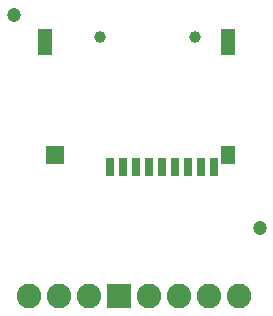
<source format=gbr>
%TF.GenerationSoftware,KiCad,Pcbnew,7.0.9*%
%TF.CreationDate,2023-12-03T03:50:30-05:00*%
%TF.ProjectId,SparkFun_MicroSD_Sniffer_v10,53706172-6b46-4756-9e5f-4d6963726f53,rev?*%
%TF.SameCoordinates,Original*%
%TF.FileFunction,Soldermask,Top*%
%TF.FilePolarity,Negative*%
%FSLAX46Y46*%
G04 Gerber Fmt 4.6, Leading zero omitted, Abs format (unit mm)*
G04 Created by KiCad (PCBNEW 7.0.9) date 2023-12-03 03:50:30*
%MOMM*%
%LPD*%
G01*
G04 APERTURE LIST*
G04 Aperture macros list*
%AMRoundRect*
0 Rectangle with rounded corners*
0 $1 Rounding radius*
0 $2 $3 $4 $5 $6 $7 $8 $9 X,Y pos of 4 corners*
0 Add a 4 corners polygon primitive as box body*
4,1,4,$2,$3,$4,$5,$6,$7,$8,$9,$2,$3,0*
0 Add four circle primitives for the rounded corners*
1,1,$1+$1,$2,$3*
1,1,$1+$1,$4,$5*
1,1,$1+$1,$6,$7*
1,1,$1+$1,$8,$9*
0 Add four rect primitives between the rounded corners*
20,1,$1+$1,$2,$3,$4,$5,0*
20,1,$1+$1,$4,$5,$6,$7,0*
20,1,$1+$1,$6,$7,$8,$9,0*
20,1,$1+$1,$8,$9,$2,$3,0*%
G04 Aperture macros list end*
%ADD10C,2.082800*%
%ADD11RoundRect,0.101600X0.939800X-0.939800X0.939800X0.939800X-0.939800X0.939800X-0.939800X-0.939800X0*%
%ADD12RoundRect,0.601600X0.000000X0.000000X0.000000X0.000000X0.000000X0.000000X0.000000X0.000000X0*%
%ADD13C,1.000000*%
%ADD14R,0.700000X1.600000*%
%ADD15R,1.200000X1.500000*%
%ADD16R,1.200000X2.200000*%
%ADD17R,1.600000X1.500000*%
G04 APERTURE END LIST*
D10*
%TO.C,JP1*%
X127596900Y-117398800D03*
X130136900Y-117398800D03*
X132676900Y-117398800D03*
D11*
X135216900Y-117398800D03*
D10*
X137756900Y-117398800D03*
X140296900Y-117398800D03*
X142836900Y-117398800D03*
X145376900Y-117398800D03*
%TD*%
D12*
%TO.C,FID1*%
X126276100Y-93573600D03*
%TD*%
%TO.C,FID2*%
X147104100Y-111607600D03*
%TD*%
D13*
%TO.C,Card1*%
X141610000Y-95450000D03*
X133610000Y-95450000D03*
D14*
X134410000Y-106450000D03*
X135510000Y-106450000D03*
X136610000Y-106450000D03*
X137710000Y-106450000D03*
X138810000Y-106450000D03*
X139910000Y-106450000D03*
X141010000Y-106450000D03*
X142110000Y-106450000D03*
X143210000Y-106450000D03*
D15*
X144410000Y-105450000D03*
D16*
X144410000Y-95850000D03*
D17*
X129810000Y-105450000D03*
D16*
X128910000Y-95850000D03*
%TD*%
M02*

</source>
